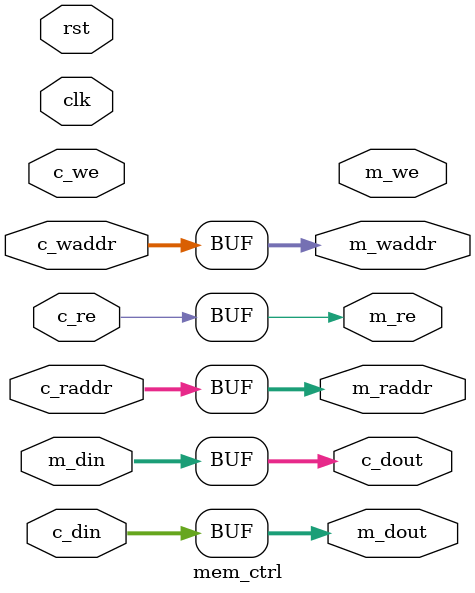
<source format=v>
/*mem controller(North Bridge)*/
module mem_ctrl
#(
    parameter C_DATA_L = 8,
    parameter M_DATA_L = 8,
    parameter MADDR_L = 32
)
(
    input clk, rst,
    input[M_DATA_L-1:0] m_din,
    output[M_DATA_L-1:0] m_dout,
    output[MADDR_L-1:0] m_raddr,
    output[MADDR_L-1:0] m_waddr,
    output m_re,
    output m_we,
    
    input[C_DATA_L-1:0] c_din,
    output[C_DATA_L-1:0] c_dout,
    input[MADDR_L-1:0] c_raddr,
    input[MADDR_L-1:0] c_waddr,
    input c_re, c_we
);

assign m_dout = c_din;
assign m_raddr = c_raddr;
assign m_waddr = c_waddr;
assign c_dout = m_din;
assign m_re = c_re;
assign m_we = m_we;
endmodule

</source>
